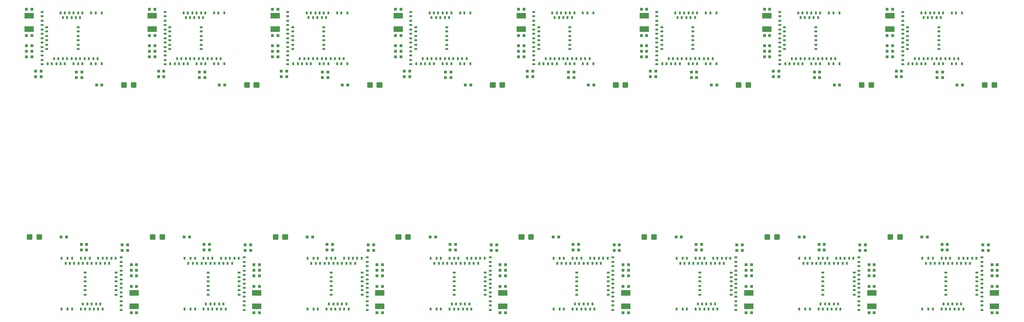
<source format=gtp>
G04 EAGLE Gerber RS-274X export*
G75*
%MOMM*%
%FSLAX34Y34*%
%LPD*%
%INSolderpaste Top*%
%IPPOS*%
%AMOC8*
5,1,8,0,0,1.08239X$1,22.5*%
G01*
%ADD10C,0.300000*%
%ADD11R,0.600000X0.600000*%
%ADD12R,0.400000X0.600000*%
%ADD13R,0.600000X0.400000*%
%ADD14R,1.800000X1.000000*%


D10*
X18380Y213500D02*
X18380Y206500D01*
X11380Y206500D01*
X11380Y213500D01*
X18380Y213500D01*
X18380Y209350D02*
X11380Y209350D01*
X11380Y212200D02*
X18380Y212200D01*
X35920Y213500D02*
X35920Y206500D01*
X28920Y206500D01*
X28920Y213500D01*
X35920Y213500D01*
X35920Y209350D02*
X28920Y209350D01*
X28920Y212200D02*
X35920Y212200D01*
D11*
X72780Y210000D03*
X82780Y210000D03*
D12*
X73500Y77800D03*
X84500Y77800D03*
X92500Y77800D03*
X108500Y77800D03*
X112500Y86800D03*
X116500Y77800D03*
X120500Y86800D03*
X124500Y77800D03*
X128500Y86800D03*
X132500Y77800D03*
X136500Y86800D03*
X140500Y77800D03*
X144500Y86800D03*
X148500Y77800D03*
D13*
X182500Y76300D03*
X182500Y84300D03*
X182500Y92300D03*
X182500Y100300D03*
X173500Y104300D03*
X182500Y108300D03*
X173500Y112300D03*
X182500Y116300D03*
X173500Y120300D03*
X182500Y124300D03*
X173500Y128300D03*
X182500Y132300D03*
X173500Y136300D03*
X182500Y140300D03*
X173500Y144300D03*
X182500Y148300D03*
X182500Y156300D03*
X182500Y164300D03*
X182500Y172300D03*
D12*
X172500Y170800D03*
X164500Y170800D03*
X160500Y161800D03*
X156500Y170800D03*
X152500Y161800D03*
X148500Y170800D03*
X144500Y161800D03*
X140500Y170800D03*
X136500Y161800D03*
X128500Y161800D03*
X124500Y170800D03*
X120500Y161800D03*
X116500Y170800D03*
X112500Y161800D03*
X108500Y170800D03*
X104500Y161800D03*
X96500Y161800D03*
X92500Y170800D03*
X88500Y161800D03*
X84500Y170800D03*
X80500Y161800D03*
X73500Y170800D03*
D13*
X116500Y104300D03*
X116500Y112300D03*
X116500Y120300D03*
X116500Y128300D03*
X116500Y136300D03*
X116500Y144300D03*
D11*
X194380Y195100D03*
X184380Y195100D03*
X194380Y184940D03*
X184380Y184940D03*
D14*
X205740Y82750D03*
X205740Y107750D03*
D11*
X210740Y119380D03*
X200740Y119380D03*
X210740Y71120D03*
X200740Y71120D03*
X200740Y138430D03*
X210740Y138430D03*
X200740Y148590D03*
X210740Y148590D03*
X200740Y158750D03*
X210740Y158750D03*
X119300Y196680D03*
X109300Y196680D03*
X119300Y186520D03*
X109300Y186520D03*
D10*
X243449Y206500D02*
X243449Y213500D01*
X243449Y206500D02*
X236449Y206500D01*
X236449Y213500D01*
X243449Y213500D01*
X243449Y209350D02*
X236449Y209350D01*
X236449Y212200D02*
X243449Y212200D01*
X260989Y213500D02*
X260989Y206500D01*
X253989Y206500D01*
X253989Y213500D01*
X260989Y213500D01*
X260989Y209350D02*
X253989Y209350D01*
X253989Y212200D02*
X260989Y212200D01*
D11*
X297849Y210000D03*
X307849Y210000D03*
D12*
X298569Y77800D03*
X309569Y77800D03*
X317569Y77800D03*
X333569Y77800D03*
X337569Y86800D03*
X341569Y77800D03*
X345569Y86800D03*
X349569Y77800D03*
X353569Y86800D03*
X357569Y77800D03*
X361569Y86800D03*
X365569Y77800D03*
X369569Y86800D03*
X373569Y77800D03*
D13*
X407569Y76300D03*
X407569Y84300D03*
X407569Y92300D03*
X407569Y100300D03*
X398569Y104300D03*
X407569Y108300D03*
X398569Y112300D03*
X407569Y116300D03*
X398569Y120300D03*
X407569Y124300D03*
X398569Y128300D03*
X407569Y132300D03*
X398569Y136300D03*
X407569Y140300D03*
X398569Y144300D03*
X407569Y148300D03*
X407569Y156300D03*
X407569Y164300D03*
X407569Y172300D03*
D12*
X397569Y170800D03*
X389569Y170800D03*
X385569Y161800D03*
X381569Y170800D03*
X377569Y161800D03*
X373569Y170800D03*
X369569Y161800D03*
X365569Y170800D03*
X361569Y161800D03*
X353569Y161800D03*
X349569Y170800D03*
X345569Y161800D03*
X341569Y170800D03*
X337569Y161800D03*
X333569Y170800D03*
X329569Y161800D03*
X321569Y161800D03*
X317569Y170800D03*
X313569Y161800D03*
X309569Y170800D03*
X305569Y161800D03*
X298569Y170800D03*
D13*
X341569Y104300D03*
X341569Y112300D03*
X341569Y120300D03*
X341569Y128300D03*
X341569Y136300D03*
X341569Y144300D03*
D11*
X419449Y195100D03*
X409449Y195100D03*
X419449Y184940D03*
X409449Y184940D03*
D14*
X430809Y82750D03*
X430809Y107750D03*
D11*
X435809Y119380D03*
X425809Y119380D03*
X435809Y71120D03*
X425809Y71120D03*
X425809Y138430D03*
X435809Y138430D03*
X425809Y148590D03*
X435809Y148590D03*
X425809Y158750D03*
X435809Y158750D03*
X344369Y196680D03*
X334369Y196680D03*
X344369Y186520D03*
X334369Y186520D03*
D10*
X468544Y206500D02*
X468544Y213500D01*
X468544Y206500D02*
X461544Y206500D01*
X461544Y213500D01*
X468544Y213500D01*
X468544Y209350D02*
X461544Y209350D01*
X461544Y212200D02*
X468544Y212200D01*
X486084Y213500D02*
X486084Y206500D01*
X479084Y206500D01*
X479084Y213500D01*
X486084Y213500D01*
X486084Y209350D02*
X479084Y209350D01*
X479084Y212200D02*
X486084Y212200D01*
D11*
X522944Y210000D03*
X532944Y210000D03*
D12*
X523664Y77800D03*
X534664Y77800D03*
X542664Y77800D03*
X558664Y77800D03*
X562664Y86800D03*
X566664Y77800D03*
X570664Y86800D03*
X574664Y77800D03*
X578664Y86800D03*
X582664Y77800D03*
X586664Y86800D03*
X590664Y77800D03*
X594664Y86800D03*
X598664Y77800D03*
D13*
X632664Y76300D03*
X632664Y84300D03*
X632664Y92300D03*
X632664Y100300D03*
X623664Y104300D03*
X632664Y108300D03*
X623664Y112300D03*
X632664Y116300D03*
X623664Y120300D03*
X632664Y124300D03*
X623664Y128300D03*
X632664Y132300D03*
X623664Y136300D03*
X632664Y140300D03*
X623664Y144300D03*
X632664Y148300D03*
X632664Y156300D03*
X632664Y164300D03*
X632664Y172300D03*
D12*
X622664Y170800D03*
X614664Y170800D03*
X610664Y161800D03*
X606664Y170800D03*
X602664Y161800D03*
X598664Y170800D03*
X594664Y161800D03*
X590664Y170800D03*
X586664Y161800D03*
X578664Y161800D03*
X574664Y170800D03*
X570664Y161800D03*
X566664Y170800D03*
X562664Y161800D03*
X558664Y170800D03*
X554664Y161800D03*
X546664Y161800D03*
X542664Y170800D03*
X538664Y161800D03*
X534664Y170800D03*
X530664Y161800D03*
X523664Y170800D03*
D13*
X566664Y104300D03*
X566664Y112300D03*
X566664Y120300D03*
X566664Y128300D03*
X566664Y136300D03*
X566664Y144300D03*
D11*
X644544Y195100D03*
X634544Y195100D03*
X644544Y184940D03*
X634544Y184940D03*
D14*
X655904Y82750D03*
X655904Y107750D03*
D11*
X660904Y119380D03*
X650904Y119380D03*
X660904Y71120D03*
X650904Y71120D03*
X650904Y138430D03*
X660904Y138430D03*
X650904Y148590D03*
X660904Y148590D03*
X650904Y158750D03*
X660904Y158750D03*
X569464Y196680D03*
X559464Y196680D03*
X569464Y186520D03*
X559464Y186520D03*
D10*
X693614Y206500D02*
X693614Y213500D01*
X693614Y206500D02*
X686614Y206500D01*
X686614Y213500D01*
X693614Y213500D01*
X693614Y209350D02*
X686614Y209350D01*
X686614Y212200D02*
X693614Y212200D01*
X711154Y213500D02*
X711154Y206500D01*
X704154Y206500D01*
X704154Y213500D01*
X711154Y213500D01*
X711154Y209350D02*
X704154Y209350D01*
X704154Y212200D02*
X711154Y212200D01*
D11*
X748014Y210000D03*
X758014Y210000D03*
D12*
X748734Y77800D03*
X759734Y77800D03*
X767734Y77800D03*
X783734Y77800D03*
X787734Y86800D03*
X791734Y77800D03*
X795734Y86800D03*
X799734Y77800D03*
X803734Y86800D03*
X807734Y77800D03*
X811734Y86800D03*
X815734Y77800D03*
X819734Y86800D03*
X823734Y77800D03*
D13*
X857734Y76300D03*
X857734Y84300D03*
X857734Y92300D03*
X857734Y100300D03*
X848734Y104300D03*
X857734Y108300D03*
X848734Y112300D03*
X857734Y116300D03*
X848734Y120300D03*
X857734Y124300D03*
X848734Y128300D03*
X857734Y132300D03*
X848734Y136300D03*
X857734Y140300D03*
X848734Y144300D03*
X857734Y148300D03*
X857734Y156300D03*
X857734Y164300D03*
X857734Y172300D03*
D12*
X847734Y170800D03*
X839734Y170800D03*
X835734Y161800D03*
X831734Y170800D03*
X827734Y161800D03*
X823734Y170800D03*
X819734Y161800D03*
X815734Y170800D03*
X811734Y161800D03*
X803734Y161800D03*
X799734Y170800D03*
X795734Y161800D03*
X791734Y170800D03*
X787734Y161800D03*
X783734Y170800D03*
X779734Y161800D03*
X771734Y161800D03*
X767734Y170800D03*
X763734Y161800D03*
X759734Y170800D03*
X755734Y161800D03*
X748734Y170800D03*
D13*
X791734Y104300D03*
X791734Y112300D03*
X791734Y120300D03*
X791734Y128300D03*
X791734Y136300D03*
X791734Y144300D03*
D11*
X869614Y195100D03*
X859614Y195100D03*
X869614Y184940D03*
X859614Y184940D03*
D14*
X880974Y82750D03*
X880974Y107750D03*
D11*
X885974Y119380D03*
X875974Y119380D03*
X885974Y71120D03*
X875974Y71120D03*
X875974Y138430D03*
X885974Y138430D03*
X875974Y148590D03*
X885974Y148590D03*
X875974Y158750D03*
X885974Y158750D03*
X794534Y196680D03*
X784534Y196680D03*
X794534Y186520D03*
X784534Y186520D03*
D10*
X918708Y206500D02*
X918708Y213500D01*
X918708Y206500D02*
X911708Y206500D01*
X911708Y213500D01*
X918708Y213500D01*
X918708Y209350D02*
X911708Y209350D01*
X911708Y212200D02*
X918708Y212200D01*
X936248Y213500D02*
X936248Y206500D01*
X929248Y206500D01*
X929248Y213500D01*
X936248Y213500D01*
X936248Y209350D02*
X929248Y209350D01*
X929248Y212200D02*
X936248Y212200D01*
D11*
X973108Y210000D03*
X983108Y210000D03*
D12*
X973828Y77800D03*
X984828Y77800D03*
X992828Y77800D03*
X1008828Y77800D03*
X1012828Y86800D03*
X1016828Y77800D03*
X1020828Y86800D03*
X1024828Y77800D03*
X1028828Y86800D03*
X1032828Y77800D03*
X1036828Y86800D03*
X1040828Y77800D03*
X1044828Y86800D03*
X1048828Y77800D03*
D13*
X1082828Y76300D03*
X1082828Y84300D03*
X1082828Y92300D03*
X1082828Y100300D03*
X1073828Y104300D03*
X1082828Y108300D03*
X1073828Y112300D03*
X1082828Y116300D03*
X1073828Y120300D03*
X1082828Y124300D03*
X1073828Y128300D03*
X1082828Y132300D03*
X1073828Y136300D03*
X1082828Y140300D03*
X1073828Y144300D03*
X1082828Y148300D03*
X1082828Y156300D03*
X1082828Y164300D03*
X1082828Y172300D03*
D12*
X1072828Y170800D03*
X1064828Y170800D03*
X1060828Y161800D03*
X1056828Y170800D03*
X1052828Y161800D03*
X1048828Y170800D03*
X1044828Y161800D03*
X1040828Y170800D03*
X1036828Y161800D03*
X1028828Y161800D03*
X1024828Y170800D03*
X1020828Y161800D03*
X1016828Y170800D03*
X1012828Y161800D03*
X1008828Y170800D03*
X1004828Y161800D03*
X996828Y161800D03*
X992828Y170800D03*
X988828Y161800D03*
X984828Y170800D03*
X980828Y161800D03*
X973828Y170800D03*
D13*
X1016828Y104300D03*
X1016828Y112300D03*
X1016828Y120300D03*
X1016828Y128300D03*
X1016828Y136300D03*
X1016828Y144300D03*
D11*
X1094708Y195100D03*
X1084708Y195100D03*
X1094708Y184940D03*
X1084708Y184940D03*
D14*
X1106068Y82750D03*
X1106068Y107750D03*
D11*
X1111068Y119380D03*
X1101068Y119380D03*
X1111068Y71120D03*
X1101068Y71120D03*
X1101068Y138430D03*
X1111068Y138430D03*
X1101068Y148590D03*
X1111068Y148590D03*
X1101068Y158750D03*
X1111068Y158750D03*
X1019628Y196680D03*
X1009628Y196680D03*
X1019628Y186520D03*
X1009628Y186520D03*
D10*
X1143778Y206500D02*
X1143778Y213500D01*
X1143778Y206500D02*
X1136778Y206500D01*
X1136778Y213500D01*
X1143778Y213500D01*
X1143778Y209350D02*
X1136778Y209350D01*
X1136778Y212200D02*
X1143778Y212200D01*
X1161318Y213500D02*
X1161318Y206500D01*
X1154318Y206500D01*
X1154318Y213500D01*
X1161318Y213500D01*
X1161318Y209350D02*
X1154318Y209350D01*
X1154318Y212200D02*
X1161318Y212200D01*
D11*
X1198178Y210000D03*
X1208178Y210000D03*
D12*
X1198898Y77800D03*
X1209898Y77800D03*
X1217898Y77800D03*
X1233898Y77800D03*
X1237898Y86800D03*
X1241898Y77800D03*
X1245898Y86800D03*
X1249898Y77800D03*
X1253898Y86800D03*
X1257898Y77800D03*
X1261898Y86800D03*
X1265898Y77800D03*
X1269898Y86800D03*
X1273898Y77800D03*
D13*
X1307898Y76300D03*
X1307898Y84300D03*
X1307898Y92300D03*
X1307898Y100300D03*
X1298898Y104300D03*
X1307898Y108300D03*
X1298898Y112300D03*
X1307898Y116300D03*
X1298898Y120300D03*
X1307898Y124300D03*
X1298898Y128300D03*
X1307898Y132300D03*
X1298898Y136300D03*
X1307898Y140300D03*
X1298898Y144300D03*
X1307898Y148300D03*
X1307898Y156300D03*
X1307898Y164300D03*
X1307898Y172300D03*
D12*
X1297898Y170800D03*
X1289898Y170800D03*
X1285898Y161800D03*
X1281898Y170800D03*
X1277898Y161800D03*
X1273898Y170800D03*
X1269898Y161800D03*
X1265898Y170800D03*
X1261898Y161800D03*
X1253898Y161800D03*
X1249898Y170800D03*
X1245898Y161800D03*
X1241898Y170800D03*
X1237898Y161800D03*
X1233898Y170800D03*
X1229898Y161800D03*
X1221898Y161800D03*
X1217898Y170800D03*
X1213898Y161800D03*
X1209898Y170800D03*
X1205898Y161800D03*
X1198898Y170800D03*
D13*
X1241898Y104300D03*
X1241898Y112300D03*
X1241898Y120300D03*
X1241898Y128300D03*
X1241898Y136300D03*
X1241898Y144300D03*
D11*
X1319778Y195100D03*
X1309778Y195100D03*
X1319778Y184940D03*
X1309778Y184940D03*
D14*
X1331138Y82750D03*
X1331138Y107750D03*
D11*
X1336138Y119380D03*
X1326138Y119380D03*
X1336138Y71120D03*
X1326138Y71120D03*
X1326138Y138430D03*
X1336138Y138430D03*
X1326138Y148590D03*
X1336138Y148590D03*
X1326138Y158750D03*
X1336138Y158750D03*
X1244698Y196680D03*
X1234698Y196680D03*
X1244698Y186520D03*
X1234698Y186520D03*
D10*
X1368873Y206500D02*
X1368873Y213500D01*
X1368873Y206500D02*
X1361873Y206500D01*
X1361873Y213500D01*
X1368873Y213500D01*
X1368873Y209350D02*
X1361873Y209350D01*
X1361873Y212200D02*
X1368873Y212200D01*
X1386413Y213500D02*
X1386413Y206500D01*
X1379413Y206500D01*
X1379413Y213500D01*
X1386413Y213500D01*
X1386413Y209350D02*
X1379413Y209350D01*
X1379413Y212200D02*
X1386413Y212200D01*
D11*
X1423273Y210000D03*
X1433273Y210000D03*
D12*
X1423993Y77800D03*
X1434993Y77800D03*
X1442993Y77800D03*
X1458993Y77800D03*
X1462993Y86800D03*
X1466993Y77800D03*
X1470993Y86800D03*
X1474993Y77800D03*
X1478993Y86800D03*
X1482993Y77800D03*
X1486993Y86800D03*
X1490993Y77800D03*
X1494993Y86800D03*
X1498993Y77800D03*
D13*
X1532993Y76300D03*
X1532993Y84300D03*
X1532993Y92300D03*
X1532993Y100300D03*
X1523993Y104300D03*
X1532993Y108300D03*
X1523993Y112300D03*
X1532993Y116300D03*
X1523993Y120300D03*
X1532993Y124300D03*
X1523993Y128300D03*
X1532993Y132300D03*
X1523993Y136300D03*
X1532993Y140300D03*
X1523993Y144300D03*
X1532993Y148300D03*
X1532993Y156300D03*
X1532993Y164300D03*
X1532993Y172300D03*
D12*
X1522993Y170800D03*
X1514993Y170800D03*
X1510993Y161800D03*
X1506993Y170800D03*
X1502993Y161800D03*
X1498993Y170800D03*
X1494993Y161800D03*
X1490993Y170800D03*
X1486993Y161800D03*
X1478993Y161800D03*
X1474993Y170800D03*
X1470993Y161800D03*
X1466993Y170800D03*
X1462993Y161800D03*
X1458993Y170800D03*
X1454993Y161800D03*
X1446993Y161800D03*
X1442993Y170800D03*
X1438993Y161800D03*
X1434993Y170800D03*
X1430993Y161800D03*
X1423993Y170800D03*
D13*
X1466993Y104300D03*
X1466993Y112300D03*
X1466993Y120300D03*
X1466993Y128300D03*
X1466993Y136300D03*
X1466993Y144300D03*
D11*
X1544873Y195100D03*
X1534873Y195100D03*
X1544873Y184940D03*
X1534873Y184940D03*
D14*
X1556233Y82750D03*
X1556233Y107750D03*
D11*
X1561233Y119380D03*
X1551233Y119380D03*
X1561233Y71120D03*
X1551233Y71120D03*
X1551233Y138430D03*
X1561233Y138430D03*
X1551233Y148590D03*
X1561233Y148590D03*
X1551233Y158750D03*
X1561233Y158750D03*
X1469793Y196680D03*
X1459793Y196680D03*
X1469793Y186520D03*
X1459793Y186520D03*
D10*
X1593942Y206500D02*
X1593942Y213500D01*
X1593942Y206500D02*
X1586942Y206500D01*
X1586942Y213500D01*
X1593942Y213500D01*
X1593942Y209350D02*
X1586942Y209350D01*
X1586942Y212200D02*
X1593942Y212200D01*
X1611482Y213500D02*
X1611482Y206500D01*
X1604482Y206500D01*
X1604482Y213500D01*
X1611482Y213500D01*
X1611482Y209350D02*
X1604482Y209350D01*
X1604482Y212200D02*
X1611482Y212200D01*
D11*
X1648342Y210000D03*
X1658342Y210000D03*
D12*
X1649062Y77800D03*
X1660062Y77800D03*
X1668062Y77800D03*
X1684062Y77800D03*
X1688062Y86800D03*
X1692062Y77800D03*
X1696062Y86800D03*
X1700062Y77800D03*
X1704062Y86800D03*
X1708062Y77800D03*
X1712062Y86800D03*
X1716062Y77800D03*
X1720062Y86800D03*
X1724062Y77800D03*
D13*
X1758062Y76300D03*
X1758062Y84300D03*
X1758062Y92300D03*
X1758062Y100300D03*
X1749062Y104300D03*
X1758062Y108300D03*
X1749062Y112300D03*
X1758062Y116300D03*
X1749062Y120300D03*
X1758062Y124300D03*
X1749062Y128300D03*
X1758062Y132300D03*
X1749062Y136300D03*
X1758062Y140300D03*
X1749062Y144300D03*
X1758062Y148300D03*
X1758062Y156300D03*
X1758062Y164300D03*
X1758062Y172300D03*
D12*
X1748062Y170800D03*
X1740062Y170800D03*
X1736062Y161800D03*
X1732062Y170800D03*
X1728062Y161800D03*
X1724062Y170800D03*
X1720062Y161800D03*
X1716062Y170800D03*
X1712062Y161800D03*
X1704062Y161800D03*
X1700062Y170800D03*
X1696062Y161800D03*
X1692062Y170800D03*
X1688062Y161800D03*
X1684062Y170800D03*
X1680062Y161800D03*
X1672062Y161800D03*
X1668062Y170800D03*
X1664062Y161800D03*
X1660062Y170800D03*
X1656062Y161800D03*
X1649062Y170800D03*
D13*
X1692062Y104300D03*
X1692062Y112300D03*
X1692062Y120300D03*
X1692062Y128300D03*
X1692062Y136300D03*
X1692062Y144300D03*
D11*
X1769942Y195100D03*
X1759942Y195100D03*
X1769942Y184940D03*
X1759942Y184940D03*
D14*
X1781302Y82750D03*
X1781302Y107750D03*
D11*
X1786302Y119380D03*
X1776302Y119380D03*
X1786302Y71120D03*
X1776302Y71120D03*
X1776302Y138430D03*
X1786302Y138430D03*
X1776302Y148590D03*
X1786302Y148590D03*
X1776302Y158750D03*
X1786302Y158750D03*
X1694862Y196680D03*
X1684862Y196680D03*
X1694862Y186520D03*
X1684862Y186520D03*
D10*
X201609Y485000D02*
X201609Y492000D01*
X208609Y492000D01*
X208609Y485000D01*
X201609Y485000D01*
X201609Y487850D02*
X208609Y487850D01*
X208609Y490700D02*
X201609Y490700D01*
X184069Y492000D02*
X184069Y485000D01*
X184069Y492000D02*
X191069Y492000D01*
X191069Y485000D01*
X184069Y485000D01*
X184069Y487850D02*
X191069Y487850D01*
X191069Y490700D02*
X184069Y490700D01*
D11*
X147209Y488500D03*
X137209Y488500D03*
D12*
X146489Y620700D03*
X135489Y620700D03*
X127489Y620700D03*
X111489Y620700D03*
X107489Y611700D03*
X103489Y620700D03*
X99489Y611700D03*
X95489Y620700D03*
X91489Y611700D03*
X87489Y620700D03*
X83489Y611700D03*
X79489Y620700D03*
X75489Y611700D03*
X71489Y620700D03*
D13*
X37489Y622200D03*
X37489Y614200D03*
X37489Y606200D03*
X37489Y598200D03*
X46489Y594200D03*
X37489Y590200D03*
X46489Y586200D03*
X37489Y582200D03*
X46489Y578200D03*
X37489Y574200D03*
X46489Y570200D03*
X37489Y566200D03*
X46489Y562200D03*
X37489Y558200D03*
X46489Y554200D03*
X37489Y550200D03*
X37489Y542200D03*
X37489Y534200D03*
X37489Y526200D03*
D12*
X47489Y527700D03*
X55489Y527700D03*
X59489Y536700D03*
X63489Y527700D03*
X67489Y536700D03*
X71489Y527700D03*
X75489Y536700D03*
X79489Y527700D03*
X83489Y536700D03*
X91489Y536700D03*
X95489Y527700D03*
X99489Y536700D03*
X103489Y527700D03*
X107489Y536700D03*
X111489Y527700D03*
X115489Y536700D03*
X123489Y536700D03*
X127489Y527700D03*
X131489Y536700D03*
X135489Y527700D03*
X139489Y536700D03*
X146489Y527700D03*
D13*
X103489Y594200D03*
X103489Y586200D03*
X103489Y578200D03*
X103489Y570200D03*
X103489Y562200D03*
X103489Y554200D03*
D11*
X25609Y503400D03*
X35609Y503400D03*
X25609Y513560D03*
X35609Y513560D03*
D14*
X14249Y615750D03*
X14249Y590750D03*
D11*
X9249Y579120D03*
X19249Y579120D03*
X9249Y627380D03*
X19249Y627380D03*
X19249Y560070D03*
X9249Y560070D03*
X19249Y549910D03*
X9249Y549910D03*
X19249Y539750D03*
X9249Y539750D03*
X100689Y501820D03*
X110689Y501820D03*
X100689Y511980D03*
X110689Y511980D03*
D10*
X426704Y492000D02*
X426704Y485000D01*
X426704Y492000D02*
X433704Y492000D01*
X433704Y485000D01*
X426704Y485000D01*
X426704Y487850D02*
X433704Y487850D01*
X433704Y490700D02*
X426704Y490700D01*
X409164Y492000D02*
X409164Y485000D01*
X409164Y492000D02*
X416164Y492000D01*
X416164Y485000D01*
X409164Y485000D01*
X409164Y487850D02*
X416164Y487850D01*
X416164Y490700D02*
X409164Y490700D01*
D11*
X372304Y488500D03*
X362304Y488500D03*
D12*
X371584Y620700D03*
X360584Y620700D03*
X352584Y620700D03*
X336584Y620700D03*
X332584Y611700D03*
X328584Y620700D03*
X324584Y611700D03*
X320584Y620700D03*
X316584Y611700D03*
X312584Y620700D03*
X308584Y611700D03*
X304584Y620700D03*
X300584Y611700D03*
X296584Y620700D03*
D13*
X262584Y622200D03*
X262584Y614200D03*
X262584Y606200D03*
X262584Y598200D03*
X271584Y594200D03*
X262584Y590200D03*
X271584Y586200D03*
X262584Y582200D03*
X271584Y578200D03*
X262584Y574200D03*
X271584Y570200D03*
X262584Y566200D03*
X271584Y562200D03*
X262584Y558200D03*
X271584Y554200D03*
X262584Y550200D03*
X262584Y542200D03*
X262584Y534200D03*
X262584Y526200D03*
D12*
X272584Y527700D03*
X280584Y527700D03*
X284584Y536700D03*
X288584Y527700D03*
X292584Y536700D03*
X296584Y527700D03*
X300584Y536700D03*
X304584Y527700D03*
X308584Y536700D03*
X316584Y536700D03*
X320584Y527700D03*
X324584Y536700D03*
X328584Y527700D03*
X332584Y536700D03*
X336584Y527700D03*
X340584Y536700D03*
X348584Y536700D03*
X352584Y527700D03*
X356584Y536700D03*
X360584Y527700D03*
X364584Y536700D03*
X371584Y527700D03*
D13*
X328584Y594200D03*
X328584Y586200D03*
X328584Y578200D03*
X328584Y570200D03*
X328584Y562200D03*
X328584Y554200D03*
D11*
X250704Y503400D03*
X260704Y503400D03*
X250704Y513560D03*
X260704Y513560D03*
D14*
X239344Y615750D03*
X239344Y590750D03*
D11*
X234344Y579120D03*
X244344Y579120D03*
X234344Y627380D03*
X244344Y627380D03*
X244344Y560070D03*
X234344Y560070D03*
X244344Y549910D03*
X234344Y549910D03*
X244344Y539750D03*
X234344Y539750D03*
X325784Y501820D03*
X335784Y501820D03*
X325784Y511980D03*
X335784Y511980D03*
D10*
X651774Y492000D02*
X651774Y485000D01*
X651774Y492000D02*
X658774Y492000D01*
X658774Y485000D01*
X651774Y485000D01*
X651774Y487850D02*
X658774Y487850D01*
X658774Y490700D02*
X651774Y490700D01*
X634234Y492000D02*
X634234Y485000D01*
X634234Y492000D02*
X641234Y492000D01*
X641234Y485000D01*
X634234Y485000D01*
X634234Y487850D02*
X641234Y487850D01*
X641234Y490700D02*
X634234Y490700D01*
D11*
X597374Y488500D03*
X587374Y488500D03*
D12*
X596654Y620700D03*
X585654Y620700D03*
X577654Y620700D03*
X561654Y620700D03*
X557654Y611700D03*
X553654Y620700D03*
X549654Y611700D03*
X545654Y620700D03*
X541654Y611700D03*
X537654Y620700D03*
X533654Y611700D03*
X529654Y620700D03*
X525654Y611700D03*
X521654Y620700D03*
D13*
X487654Y622200D03*
X487654Y614200D03*
X487654Y606200D03*
X487654Y598200D03*
X496654Y594200D03*
X487654Y590200D03*
X496654Y586200D03*
X487654Y582200D03*
X496654Y578200D03*
X487654Y574200D03*
X496654Y570200D03*
X487654Y566200D03*
X496654Y562200D03*
X487654Y558200D03*
X496654Y554200D03*
X487654Y550200D03*
X487654Y542200D03*
X487654Y534200D03*
X487654Y526200D03*
D12*
X497654Y527700D03*
X505654Y527700D03*
X509654Y536700D03*
X513654Y527700D03*
X517654Y536700D03*
X521654Y527700D03*
X525654Y536700D03*
X529654Y527700D03*
X533654Y536700D03*
X541654Y536700D03*
X545654Y527700D03*
X549654Y536700D03*
X553654Y527700D03*
X557654Y536700D03*
X561654Y527700D03*
X565654Y536700D03*
X573654Y536700D03*
X577654Y527700D03*
X581654Y536700D03*
X585654Y527700D03*
X589654Y536700D03*
X596654Y527700D03*
D13*
X553654Y594200D03*
X553654Y586200D03*
X553654Y578200D03*
X553654Y570200D03*
X553654Y562200D03*
X553654Y554200D03*
D11*
X475774Y503400D03*
X485774Y503400D03*
X475774Y513560D03*
X485774Y513560D03*
D14*
X464414Y615750D03*
X464414Y590750D03*
D11*
X459414Y579120D03*
X469414Y579120D03*
X459414Y627380D03*
X469414Y627380D03*
X469414Y560070D03*
X459414Y560070D03*
X469414Y549910D03*
X459414Y549910D03*
X469414Y539750D03*
X459414Y539750D03*
X550854Y501820D03*
X560854Y501820D03*
X550854Y511980D03*
X560854Y511980D03*
D10*
X876868Y492000D02*
X876868Y485000D01*
X876868Y492000D02*
X883868Y492000D01*
X883868Y485000D01*
X876868Y485000D01*
X876868Y487850D02*
X883868Y487850D01*
X883868Y490700D02*
X876868Y490700D01*
X859328Y492000D02*
X859328Y485000D01*
X859328Y492000D02*
X866328Y492000D01*
X866328Y485000D01*
X859328Y485000D01*
X859328Y487850D02*
X866328Y487850D01*
X866328Y490700D02*
X859328Y490700D01*
D11*
X822468Y488500D03*
X812468Y488500D03*
D12*
X821748Y620700D03*
X810748Y620700D03*
X802748Y620700D03*
X786748Y620700D03*
X782748Y611700D03*
X778748Y620700D03*
X774748Y611700D03*
X770748Y620700D03*
X766748Y611700D03*
X762748Y620700D03*
X758748Y611700D03*
X754748Y620700D03*
X750748Y611700D03*
X746748Y620700D03*
D13*
X712748Y622200D03*
X712748Y614200D03*
X712748Y606200D03*
X712748Y598200D03*
X721748Y594200D03*
X712748Y590200D03*
X721748Y586200D03*
X712748Y582200D03*
X721748Y578200D03*
X712748Y574200D03*
X721748Y570200D03*
X712748Y566200D03*
X721748Y562200D03*
X712748Y558200D03*
X721748Y554200D03*
X712748Y550200D03*
X712748Y542200D03*
X712748Y534200D03*
X712748Y526200D03*
D12*
X722748Y527700D03*
X730748Y527700D03*
X734748Y536700D03*
X738748Y527700D03*
X742748Y536700D03*
X746748Y527700D03*
X750748Y536700D03*
X754748Y527700D03*
X758748Y536700D03*
X766748Y536700D03*
X770748Y527700D03*
X774748Y536700D03*
X778748Y527700D03*
X782748Y536700D03*
X786748Y527700D03*
X790748Y536700D03*
X798748Y536700D03*
X802748Y527700D03*
X806748Y536700D03*
X810748Y527700D03*
X814748Y536700D03*
X821748Y527700D03*
D13*
X778748Y594200D03*
X778748Y586200D03*
X778748Y578200D03*
X778748Y570200D03*
X778748Y562200D03*
X778748Y554200D03*
D11*
X700868Y503400D03*
X710868Y503400D03*
X700868Y513560D03*
X710868Y513560D03*
D14*
X689508Y615750D03*
X689508Y590750D03*
D11*
X684508Y579120D03*
X694508Y579120D03*
X684508Y627380D03*
X694508Y627380D03*
X694508Y560070D03*
X684508Y560070D03*
X694508Y549910D03*
X684508Y549910D03*
X694508Y539750D03*
X684508Y539750D03*
X775948Y501820D03*
X785948Y501820D03*
X775948Y511980D03*
X785948Y511980D03*
D10*
X1101938Y492000D02*
X1101938Y485000D01*
X1101938Y492000D02*
X1108938Y492000D01*
X1108938Y485000D01*
X1101938Y485000D01*
X1101938Y487850D02*
X1108938Y487850D01*
X1108938Y490700D02*
X1101938Y490700D01*
X1084398Y492000D02*
X1084398Y485000D01*
X1084398Y492000D02*
X1091398Y492000D01*
X1091398Y485000D01*
X1084398Y485000D01*
X1084398Y487850D02*
X1091398Y487850D01*
X1091398Y490700D02*
X1084398Y490700D01*
D11*
X1047538Y488500D03*
X1037538Y488500D03*
D12*
X1046818Y620700D03*
X1035818Y620700D03*
X1027818Y620700D03*
X1011818Y620700D03*
X1007818Y611700D03*
X1003818Y620700D03*
X999818Y611700D03*
X995818Y620700D03*
X991818Y611700D03*
X987818Y620700D03*
X983818Y611700D03*
X979818Y620700D03*
X975818Y611700D03*
X971818Y620700D03*
D13*
X937818Y622200D03*
X937818Y614200D03*
X937818Y606200D03*
X937818Y598200D03*
X946818Y594200D03*
X937818Y590200D03*
X946818Y586200D03*
X937818Y582200D03*
X946818Y578200D03*
X937818Y574200D03*
X946818Y570200D03*
X937818Y566200D03*
X946818Y562200D03*
X937818Y558200D03*
X946818Y554200D03*
X937818Y550200D03*
X937818Y542200D03*
X937818Y534200D03*
X937818Y526200D03*
D12*
X947818Y527700D03*
X955818Y527700D03*
X959818Y536700D03*
X963818Y527700D03*
X967818Y536700D03*
X971818Y527700D03*
X975818Y536700D03*
X979818Y527700D03*
X983818Y536700D03*
X991818Y536700D03*
X995818Y527700D03*
X999818Y536700D03*
X1003818Y527700D03*
X1007818Y536700D03*
X1011818Y527700D03*
X1015818Y536700D03*
X1023818Y536700D03*
X1027818Y527700D03*
X1031818Y536700D03*
X1035818Y527700D03*
X1039818Y536700D03*
X1046818Y527700D03*
D13*
X1003818Y594200D03*
X1003818Y586200D03*
X1003818Y578200D03*
X1003818Y570200D03*
X1003818Y562200D03*
X1003818Y554200D03*
D11*
X925938Y503400D03*
X935938Y503400D03*
X925938Y513560D03*
X935938Y513560D03*
D14*
X914578Y615750D03*
X914578Y590750D03*
D11*
X909578Y579120D03*
X919578Y579120D03*
X909578Y627380D03*
X919578Y627380D03*
X919578Y560070D03*
X909578Y560070D03*
X919578Y549910D03*
X909578Y549910D03*
X919578Y539750D03*
X909578Y539750D03*
X1001018Y501820D03*
X1011018Y501820D03*
X1001018Y511980D03*
X1011018Y511980D03*
D10*
X1327033Y492000D02*
X1327033Y485000D01*
X1327033Y492000D02*
X1334033Y492000D01*
X1334033Y485000D01*
X1327033Y485000D01*
X1327033Y487850D02*
X1334033Y487850D01*
X1334033Y490700D02*
X1327033Y490700D01*
X1309493Y492000D02*
X1309493Y485000D01*
X1309493Y492000D02*
X1316493Y492000D01*
X1316493Y485000D01*
X1309493Y485000D01*
X1309493Y487850D02*
X1316493Y487850D01*
X1316493Y490700D02*
X1309493Y490700D01*
D11*
X1272633Y488500D03*
X1262633Y488500D03*
D12*
X1271913Y620700D03*
X1260913Y620700D03*
X1252913Y620700D03*
X1236913Y620700D03*
X1232913Y611700D03*
X1228913Y620700D03*
X1224913Y611700D03*
X1220913Y620700D03*
X1216913Y611700D03*
X1212913Y620700D03*
X1208913Y611700D03*
X1204913Y620700D03*
X1200913Y611700D03*
X1196913Y620700D03*
D13*
X1162913Y622200D03*
X1162913Y614200D03*
X1162913Y606200D03*
X1162913Y598200D03*
X1171913Y594200D03*
X1162913Y590200D03*
X1171913Y586200D03*
X1162913Y582200D03*
X1171913Y578200D03*
X1162913Y574200D03*
X1171913Y570200D03*
X1162913Y566200D03*
X1171913Y562200D03*
X1162913Y558200D03*
X1171913Y554200D03*
X1162913Y550200D03*
X1162913Y542200D03*
X1162913Y534200D03*
X1162913Y526200D03*
D12*
X1172913Y527700D03*
X1180913Y527700D03*
X1184913Y536700D03*
X1188913Y527700D03*
X1192913Y536700D03*
X1196913Y527700D03*
X1200913Y536700D03*
X1204913Y527700D03*
X1208913Y536700D03*
X1216913Y536700D03*
X1220913Y527700D03*
X1224913Y536700D03*
X1228913Y527700D03*
X1232913Y536700D03*
X1236913Y527700D03*
X1240913Y536700D03*
X1248913Y536700D03*
X1252913Y527700D03*
X1256913Y536700D03*
X1260913Y527700D03*
X1264913Y536700D03*
X1271913Y527700D03*
D13*
X1228913Y594200D03*
X1228913Y586200D03*
X1228913Y578200D03*
X1228913Y570200D03*
X1228913Y562200D03*
X1228913Y554200D03*
D11*
X1151033Y503400D03*
X1161033Y503400D03*
X1151033Y513560D03*
X1161033Y513560D03*
D14*
X1139673Y615750D03*
X1139673Y590750D03*
D11*
X1134673Y579120D03*
X1144673Y579120D03*
X1134673Y627380D03*
X1144673Y627380D03*
X1144673Y560070D03*
X1134673Y560070D03*
X1144673Y549910D03*
X1134673Y549910D03*
X1144673Y539750D03*
X1134673Y539750D03*
X1226113Y501820D03*
X1236113Y501820D03*
X1226113Y511980D03*
X1236113Y511980D03*
D10*
X1552102Y492000D02*
X1552102Y485000D01*
X1552102Y492000D02*
X1559102Y492000D01*
X1559102Y485000D01*
X1552102Y485000D01*
X1552102Y487850D02*
X1559102Y487850D01*
X1559102Y490700D02*
X1552102Y490700D01*
X1534562Y492000D02*
X1534562Y485000D01*
X1534562Y492000D02*
X1541562Y492000D01*
X1541562Y485000D01*
X1534562Y485000D01*
X1534562Y487850D02*
X1541562Y487850D01*
X1541562Y490700D02*
X1534562Y490700D01*
D11*
X1497702Y488500D03*
X1487702Y488500D03*
D12*
X1496982Y620700D03*
X1485982Y620700D03*
X1477982Y620700D03*
X1461982Y620700D03*
X1457982Y611700D03*
X1453982Y620700D03*
X1449982Y611700D03*
X1445982Y620700D03*
X1441982Y611700D03*
X1437982Y620700D03*
X1433982Y611700D03*
X1429982Y620700D03*
X1425982Y611700D03*
X1421982Y620700D03*
D13*
X1387982Y622200D03*
X1387982Y614200D03*
X1387982Y606200D03*
X1387982Y598200D03*
X1396982Y594200D03*
X1387982Y590200D03*
X1396982Y586200D03*
X1387982Y582200D03*
X1396982Y578200D03*
X1387982Y574200D03*
X1396982Y570200D03*
X1387982Y566200D03*
X1396982Y562200D03*
X1387982Y558200D03*
X1396982Y554200D03*
X1387982Y550200D03*
X1387982Y542200D03*
X1387982Y534200D03*
X1387982Y526200D03*
D12*
X1397982Y527700D03*
X1405982Y527700D03*
X1409982Y536700D03*
X1413982Y527700D03*
X1417982Y536700D03*
X1421982Y527700D03*
X1425982Y536700D03*
X1429982Y527700D03*
X1433982Y536700D03*
X1441982Y536700D03*
X1445982Y527700D03*
X1449982Y536700D03*
X1453982Y527700D03*
X1457982Y536700D03*
X1461982Y527700D03*
X1465982Y536700D03*
X1473982Y536700D03*
X1477982Y527700D03*
X1481982Y536700D03*
X1485982Y527700D03*
X1489982Y536700D03*
X1496982Y527700D03*
D13*
X1453982Y594200D03*
X1453982Y586200D03*
X1453982Y578200D03*
X1453982Y570200D03*
X1453982Y562200D03*
X1453982Y554200D03*
D11*
X1376102Y503400D03*
X1386102Y503400D03*
X1376102Y513560D03*
X1386102Y513560D03*
D14*
X1364742Y615750D03*
X1364742Y590750D03*
D11*
X1359742Y579120D03*
X1369742Y579120D03*
X1359742Y627380D03*
X1369742Y627380D03*
X1369742Y560070D03*
X1359742Y560070D03*
X1369742Y549910D03*
X1359742Y549910D03*
X1369742Y539750D03*
X1359742Y539750D03*
X1451182Y501820D03*
X1461182Y501820D03*
X1451182Y511980D03*
X1461182Y511980D03*
D10*
X1777171Y492000D02*
X1777171Y485000D01*
X1777171Y492000D02*
X1784171Y492000D01*
X1784171Y485000D01*
X1777171Y485000D01*
X1777171Y487850D02*
X1784171Y487850D01*
X1784171Y490700D02*
X1777171Y490700D01*
X1759631Y492000D02*
X1759631Y485000D01*
X1759631Y492000D02*
X1766631Y492000D01*
X1766631Y485000D01*
X1759631Y485000D01*
X1759631Y487850D02*
X1766631Y487850D01*
X1766631Y490700D02*
X1759631Y490700D01*
D11*
X1722771Y488500D03*
X1712771Y488500D03*
D12*
X1722051Y620700D03*
X1711051Y620700D03*
X1703051Y620700D03*
X1687051Y620700D03*
X1683051Y611700D03*
X1679051Y620700D03*
X1675051Y611700D03*
X1671051Y620700D03*
X1667051Y611700D03*
X1663051Y620700D03*
X1659051Y611700D03*
X1655051Y620700D03*
X1651051Y611700D03*
X1647051Y620700D03*
D13*
X1613051Y622200D03*
X1613051Y614200D03*
X1613051Y606200D03*
X1613051Y598200D03*
X1622051Y594200D03*
X1613051Y590200D03*
X1622051Y586200D03*
X1613051Y582200D03*
X1622051Y578200D03*
X1613051Y574200D03*
X1622051Y570200D03*
X1613051Y566200D03*
X1622051Y562200D03*
X1613051Y558200D03*
X1622051Y554200D03*
X1613051Y550200D03*
X1613051Y542200D03*
X1613051Y534200D03*
X1613051Y526200D03*
D12*
X1623051Y527700D03*
X1631051Y527700D03*
X1635051Y536700D03*
X1639051Y527700D03*
X1643051Y536700D03*
X1647051Y527700D03*
X1651051Y536700D03*
X1655051Y527700D03*
X1659051Y536700D03*
X1667051Y536700D03*
X1671051Y527700D03*
X1675051Y536700D03*
X1679051Y527700D03*
X1683051Y536700D03*
X1687051Y527700D03*
X1691051Y536700D03*
X1699051Y536700D03*
X1703051Y527700D03*
X1707051Y536700D03*
X1711051Y527700D03*
X1715051Y536700D03*
X1722051Y527700D03*
D13*
X1679051Y594200D03*
X1679051Y586200D03*
X1679051Y578200D03*
X1679051Y570200D03*
X1679051Y562200D03*
X1679051Y554200D03*
D11*
X1601171Y503400D03*
X1611171Y503400D03*
X1601171Y513560D03*
X1611171Y513560D03*
D14*
X1589811Y615750D03*
X1589811Y590750D03*
D11*
X1584811Y579120D03*
X1594811Y579120D03*
X1584811Y627380D03*
X1594811Y627380D03*
X1594811Y560070D03*
X1584811Y560070D03*
X1594811Y549910D03*
X1584811Y549910D03*
X1594811Y539750D03*
X1584811Y539750D03*
X1676251Y501820D03*
X1686251Y501820D03*
X1676251Y511980D03*
X1686251Y511980D03*
M02*

</source>
